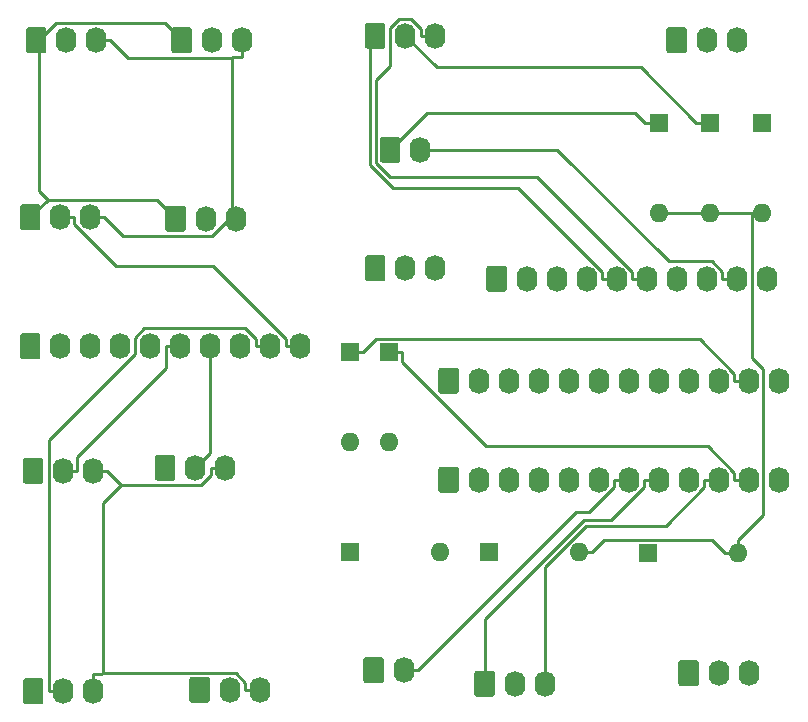
<source format=gbr>
G04 #@! TF.GenerationSoftware,KiCad,Pcbnew,(5.1.5-0-10_14)*
G04 #@! TF.CreationDate,2021-04-18T15:17:00+10:00*
G04 #@! TF.ProjectId,OH - Left Console - 7 - Communication Panel,4f48202d-204c-4656-9674-20436f6e736f,rev?*
G04 #@! TF.SameCoordinates,Original*
G04 #@! TF.FileFunction,Copper,L1,Top*
G04 #@! TF.FilePolarity,Positive*
%FSLAX46Y46*%
G04 Gerber Fmt 4.6, Leading zero omitted, Abs format (unit mm)*
G04 Created by KiCad (PCBNEW (5.1.5-0-10_14)) date 2021-04-18 15:17:00*
%MOMM*%
%LPD*%
G04 APERTURE LIST*
%ADD10O,1.740000X2.200000*%
%ADD11C,0.100000*%
%ADD12O,1.600000X1.600000*%
%ADD13R,1.600000X1.600000*%
%ADD14C,0.250000*%
G04 APERTURE END LIST*
D10*
X96774000Y-139192000D03*
X94234000Y-139192000D03*
G04 #@! TA.AperFunction,ComponentPad*
D11*
G36*
X92338505Y-138093204D02*
G01*
X92362773Y-138096804D01*
X92386572Y-138102765D01*
X92409671Y-138111030D01*
X92431850Y-138121520D01*
X92452893Y-138134132D01*
X92472599Y-138148747D01*
X92490777Y-138165223D01*
X92507253Y-138183401D01*
X92521868Y-138203107D01*
X92534480Y-138224150D01*
X92544970Y-138246329D01*
X92553235Y-138269428D01*
X92559196Y-138293227D01*
X92562796Y-138317495D01*
X92564000Y-138341999D01*
X92564000Y-140042001D01*
X92562796Y-140066505D01*
X92559196Y-140090773D01*
X92553235Y-140114572D01*
X92544970Y-140137671D01*
X92534480Y-140159850D01*
X92521868Y-140180893D01*
X92507253Y-140200599D01*
X92490777Y-140218777D01*
X92472599Y-140235253D01*
X92452893Y-140249868D01*
X92431850Y-140262480D01*
X92409671Y-140272970D01*
X92386572Y-140281235D01*
X92362773Y-140287196D01*
X92338505Y-140290796D01*
X92314001Y-140292000D01*
X91073999Y-140292000D01*
X91049495Y-140290796D01*
X91025227Y-140287196D01*
X91001428Y-140281235D01*
X90978329Y-140272970D01*
X90956150Y-140262480D01*
X90935107Y-140249868D01*
X90915401Y-140235253D01*
X90897223Y-140218777D01*
X90880747Y-140200599D01*
X90866132Y-140180893D01*
X90853520Y-140159850D01*
X90843030Y-140137671D01*
X90834765Y-140114572D01*
X90828804Y-140090773D01*
X90825204Y-140066505D01*
X90824000Y-140042001D01*
X90824000Y-138341999D01*
X90825204Y-138317495D01*
X90828804Y-138293227D01*
X90834765Y-138269428D01*
X90843030Y-138246329D01*
X90853520Y-138224150D01*
X90866132Y-138203107D01*
X90880747Y-138183401D01*
X90897223Y-138165223D01*
X90915401Y-138148747D01*
X90935107Y-138134132D01*
X90956150Y-138121520D01*
X90978329Y-138111030D01*
X91001428Y-138102765D01*
X91025227Y-138096804D01*
X91049495Y-138093204D01*
X91073999Y-138092000D01*
X92314001Y-138092000D01*
X92338505Y-138093204D01*
G37*
G04 #@! TD.AperFunction*
D10*
X116586000Y-121920000D03*
X114046000Y-121920000D03*
X111506000Y-121920000D03*
X108966000Y-121920000D03*
X106426000Y-121920000D03*
X103886000Y-121920000D03*
X101346000Y-121920000D03*
X98806000Y-121920000D03*
X96266000Y-121920000D03*
X93726000Y-121920000D03*
X91186000Y-121920000D03*
G04 #@! TA.AperFunction,ComponentPad*
D11*
G36*
X89290505Y-120821204D02*
G01*
X89314773Y-120824804D01*
X89338572Y-120830765D01*
X89361671Y-120839030D01*
X89383850Y-120849520D01*
X89404893Y-120862132D01*
X89424599Y-120876747D01*
X89442777Y-120893223D01*
X89459253Y-120911401D01*
X89473868Y-120931107D01*
X89486480Y-120952150D01*
X89496970Y-120974329D01*
X89505235Y-120997428D01*
X89511196Y-121021227D01*
X89514796Y-121045495D01*
X89516000Y-121069999D01*
X89516000Y-122770001D01*
X89514796Y-122794505D01*
X89511196Y-122818773D01*
X89505235Y-122842572D01*
X89496970Y-122865671D01*
X89486480Y-122887850D01*
X89473868Y-122908893D01*
X89459253Y-122928599D01*
X89442777Y-122946777D01*
X89424599Y-122963253D01*
X89404893Y-122977868D01*
X89383850Y-122990480D01*
X89361671Y-123000970D01*
X89338572Y-123009235D01*
X89314773Y-123015196D01*
X89290505Y-123018796D01*
X89266001Y-123020000D01*
X88025999Y-123020000D01*
X88001495Y-123018796D01*
X87977227Y-123015196D01*
X87953428Y-123009235D01*
X87930329Y-123000970D01*
X87908150Y-122990480D01*
X87887107Y-122977868D01*
X87867401Y-122963253D01*
X87849223Y-122946777D01*
X87832747Y-122928599D01*
X87818132Y-122908893D01*
X87805520Y-122887850D01*
X87795030Y-122865671D01*
X87786765Y-122842572D01*
X87780804Y-122818773D01*
X87777204Y-122794505D01*
X87776000Y-122770001D01*
X87776000Y-121069999D01*
X87777204Y-121045495D01*
X87780804Y-121021227D01*
X87786765Y-120997428D01*
X87795030Y-120974329D01*
X87805520Y-120952150D01*
X87818132Y-120931107D01*
X87832747Y-120911401D01*
X87849223Y-120893223D01*
X87867401Y-120876747D01*
X87887107Y-120862132D01*
X87908150Y-120849520D01*
X87930329Y-120839030D01*
X87953428Y-120830765D01*
X87977227Y-120824804D01*
X88001495Y-120821204D01*
X88025999Y-120820000D01*
X89266001Y-120820000D01*
X89290505Y-120821204D01*
G37*
G04 #@! TD.AperFunction*
D10*
X116586000Y-113538000D03*
X114046000Y-113538000D03*
X111506000Y-113538000D03*
X108966000Y-113538000D03*
X106426000Y-113538000D03*
X103886000Y-113538000D03*
X101346000Y-113538000D03*
X98806000Y-113538000D03*
X96266000Y-113538000D03*
X93726000Y-113538000D03*
X91186000Y-113538000D03*
G04 #@! TA.AperFunction,ComponentPad*
D11*
G36*
X89290505Y-112439204D02*
G01*
X89314773Y-112442804D01*
X89338572Y-112448765D01*
X89361671Y-112457030D01*
X89383850Y-112467520D01*
X89404893Y-112480132D01*
X89424599Y-112494747D01*
X89442777Y-112511223D01*
X89459253Y-112529401D01*
X89473868Y-112549107D01*
X89486480Y-112570150D01*
X89496970Y-112592329D01*
X89505235Y-112615428D01*
X89511196Y-112639227D01*
X89514796Y-112663495D01*
X89516000Y-112687999D01*
X89516000Y-114388001D01*
X89514796Y-114412505D01*
X89511196Y-114436773D01*
X89505235Y-114460572D01*
X89496970Y-114483671D01*
X89486480Y-114505850D01*
X89473868Y-114526893D01*
X89459253Y-114546599D01*
X89442777Y-114564777D01*
X89424599Y-114581253D01*
X89404893Y-114595868D01*
X89383850Y-114608480D01*
X89361671Y-114618970D01*
X89338572Y-114627235D01*
X89314773Y-114633196D01*
X89290505Y-114636796D01*
X89266001Y-114638000D01*
X88025999Y-114638000D01*
X88001495Y-114636796D01*
X87977227Y-114633196D01*
X87953428Y-114627235D01*
X87930329Y-114618970D01*
X87908150Y-114608480D01*
X87887107Y-114595868D01*
X87867401Y-114581253D01*
X87849223Y-114564777D01*
X87832747Y-114546599D01*
X87818132Y-114526893D01*
X87805520Y-114505850D01*
X87795030Y-114483671D01*
X87786765Y-114460572D01*
X87780804Y-114436773D01*
X87777204Y-114412505D01*
X87776000Y-114388001D01*
X87776000Y-112687999D01*
X87777204Y-112663495D01*
X87780804Y-112639227D01*
X87786765Y-112615428D01*
X87795030Y-112592329D01*
X87805520Y-112570150D01*
X87818132Y-112549107D01*
X87832747Y-112529401D01*
X87849223Y-112511223D01*
X87867401Y-112494747D01*
X87887107Y-112480132D01*
X87908150Y-112467520D01*
X87930329Y-112457030D01*
X87953428Y-112448765D01*
X87977227Y-112442804D01*
X88001495Y-112439204D01*
X88025999Y-112438000D01*
X89266001Y-112438000D01*
X89290505Y-112439204D01*
G37*
G04 #@! TD.AperFunction*
D10*
X76073000Y-110617000D03*
X73533000Y-110617000D03*
X70993000Y-110617000D03*
X68453000Y-110617000D03*
X65913000Y-110617000D03*
X63373000Y-110617000D03*
X60833000Y-110617000D03*
X58293000Y-110617000D03*
X55753000Y-110617000D03*
G04 #@! TA.AperFunction,ComponentPad*
D11*
G36*
X53857505Y-109518204D02*
G01*
X53881773Y-109521804D01*
X53905572Y-109527765D01*
X53928671Y-109536030D01*
X53950850Y-109546520D01*
X53971893Y-109559132D01*
X53991599Y-109573747D01*
X54009777Y-109590223D01*
X54026253Y-109608401D01*
X54040868Y-109628107D01*
X54053480Y-109649150D01*
X54063970Y-109671329D01*
X54072235Y-109694428D01*
X54078196Y-109718227D01*
X54081796Y-109742495D01*
X54083000Y-109766999D01*
X54083000Y-111467001D01*
X54081796Y-111491505D01*
X54078196Y-111515773D01*
X54072235Y-111539572D01*
X54063970Y-111562671D01*
X54053480Y-111584850D01*
X54040868Y-111605893D01*
X54026253Y-111625599D01*
X54009777Y-111643777D01*
X53991599Y-111660253D01*
X53971893Y-111674868D01*
X53950850Y-111687480D01*
X53928671Y-111697970D01*
X53905572Y-111706235D01*
X53881773Y-111712196D01*
X53857505Y-111715796D01*
X53833001Y-111717000D01*
X52592999Y-111717000D01*
X52568495Y-111715796D01*
X52544227Y-111712196D01*
X52520428Y-111706235D01*
X52497329Y-111697970D01*
X52475150Y-111687480D01*
X52454107Y-111674868D01*
X52434401Y-111660253D01*
X52416223Y-111643777D01*
X52399747Y-111625599D01*
X52385132Y-111605893D01*
X52372520Y-111584850D01*
X52362030Y-111562671D01*
X52353765Y-111539572D01*
X52347804Y-111515773D01*
X52344204Y-111491505D01*
X52343000Y-111467001D01*
X52343000Y-109766999D01*
X52344204Y-109742495D01*
X52347804Y-109718227D01*
X52353765Y-109694428D01*
X52362030Y-109671329D01*
X52372520Y-109649150D01*
X52385132Y-109628107D01*
X52399747Y-109608401D01*
X52416223Y-109590223D01*
X52434401Y-109573747D01*
X52454107Y-109559132D01*
X52475150Y-109546520D01*
X52497329Y-109536030D01*
X52520428Y-109527765D01*
X52544227Y-109521804D01*
X52568495Y-109518204D01*
X52592999Y-109517000D01*
X53833001Y-109517000D01*
X53857505Y-109518204D01*
G37*
G04 #@! TD.AperFunction*
D10*
X86233000Y-93980000D03*
G04 #@! TA.AperFunction,ComponentPad*
D11*
G36*
X84337505Y-92881204D02*
G01*
X84361773Y-92884804D01*
X84385572Y-92890765D01*
X84408671Y-92899030D01*
X84430850Y-92909520D01*
X84451893Y-92922132D01*
X84471599Y-92936747D01*
X84489777Y-92953223D01*
X84506253Y-92971401D01*
X84520868Y-92991107D01*
X84533480Y-93012150D01*
X84543970Y-93034329D01*
X84552235Y-93057428D01*
X84558196Y-93081227D01*
X84561796Y-93105495D01*
X84563000Y-93129999D01*
X84563000Y-94830001D01*
X84561796Y-94854505D01*
X84558196Y-94878773D01*
X84552235Y-94902572D01*
X84543970Y-94925671D01*
X84533480Y-94947850D01*
X84520868Y-94968893D01*
X84506253Y-94988599D01*
X84489777Y-95006777D01*
X84471599Y-95023253D01*
X84451893Y-95037868D01*
X84430850Y-95050480D01*
X84408671Y-95060970D01*
X84385572Y-95069235D01*
X84361773Y-95075196D01*
X84337505Y-95078796D01*
X84313001Y-95080000D01*
X83072999Y-95080000D01*
X83048495Y-95078796D01*
X83024227Y-95075196D01*
X83000428Y-95069235D01*
X82977329Y-95060970D01*
X82955150Y-95050480D01*
X82934107Y-95037868D01*
X82914401Y-95023253D01*
X82896223Y-95006777D01*
X82879747Y-94988599D01*
X82865132Y-94968893D01*
X82852520Y-94947850D01*
X82842030Y-94925671D01*
X82833765Y-94902572D01*
X82827804Y-94878773D01*
X82824204Y-94854505D01*
X82823000Y-94830001D01*
X82823000Y-93129999D01*
X82824204Y-93105495D01*
X82827804Y-93081227D01*
X82833765Y-93057428D01*
X82842030Y-93034329D01*
X82852520Y-93012150D01*
X82865132Y-92991107D01*
X82879747Y-92971401D01*
X82896223Y-92953223D01*
X82914401Y-92936747D01*
X82934107Y-92922132D01*
X82955150Y-92909520D01*
X82977329Y-92899030D01*
X83000428Y-92890765D01*
X83024227Y-92884804D01*
X83048495Y-92881204D01*
X83072999Y-92880000D01*
X84313001Y-92880000D01*
X84337505Y-92881204D01*
G37*
G04 #@! TD.AperFunction*
D10*
X84836000Y-138049000D03*
G04 #@! TA.AperFunction,ComponentPad*
D11*
G36*
X82940505Y-136950204D02*
G01*
X82964773Y-136953804D01*
X82988572Y-136959765D01*
X83011671Y-136968030D01*
X83033850Y-136978520D01*
X83054893Y-136991132D01*
X83074599Y-137005747D01*
X83092777Y-137022223D01*
X83109253Y-137040401D01*
X83123868Y-137060107D01*
X83136480Y-137081150D01*
X83146970Y-137103329D01*
X83155235Y-137126428D01*
X83161196Y-137150227D01*
X83164796Y-137174495D01*
X83166000Y-137198999D01*
X83166000Y-138899001D01*
X83164796Y-138923505D01*
X83161196Y-138947773D01*
X83155235Y-138971572D01*
X83146970Y-138994671D01*
X83136480Y-139016850D01*
X83123868Y-139037893D01*
X83109253Y-139057599D01*
X83092777Y-139075777D01*
X83074599Y-139092253D01*
X83054893Y-139106868D01*
X83033850Y-139119480D01*
X83011671Y-139129970D01*
X82988572Y-139138235D01*
X82964773Y-139144196D01*
X82940505Y-139147796D01*
X82916001Y-139149000D01*
X81675999Y-139149000D01*
X81651495Y-139147796D01*
X81627227Y-139144196D01*
X81603428Y-139138235D01*
X81580329Y-139129970D01*
X81558150Y-139119480D01*
X81537107Y-139106868D01*
X81517401Y-139092253D01*
X81499223Y-139075777D01*
X81482747Y-139057599D01*
X81468132Y-139037893D01*
X81455520Y-139016850D01*
X81445030Y-138994671D01*
X81436765Y-138971572D01*
X81430804Y-138947773D01*
X81427204Y-138923505D01*
X81426000Y-138899001D01*
X81426000Y-137198999D01*
X81427204Y-137174495D01*
X81430804Y-137150227D01*
X81436765Y-137126428D01*
X81445030Y-137103329D01*
X81455520Y-137081150D01*
X81468132Y-137060107D01*
X81482747Y-137040401D01*
X81499223Y-137022223D01*
X81517401Y-137005747D01*
X81537107Y-136991132D01*
X81558150Y-136978520D01*
X81580329Y-136968030D01*
X81603428Y-136959765D01*
X81627227Y-136953804D01*
X81651495Y-136950204D01*
X81675999Y-136949000D01*
X82916001Y-136949000D01*
X82940505Y-136950204D01*
G37*
G04 #@! TD.AperFunction*
D10*
X87503000Y-84328000D03*
X84963000Y-84328000D03*
G04 #@! TA.AperFunction,ComponentPad*
D11*
G36*
X83067505Y-83229204D02*
G01*
X83091773Y-83232804D01*
X83115572Y-83238765D01*
X83138671Y-83247030D01*
X83160850Y-83257520D01*
X83181893Y-83270132D01*
X83201599Y-83284747D01*
X83219777Y-83301223D01*
X83236253Y-83319401D01*
X83250868Y-83339107D01*
X83263480Y-83360150D01*
X83273970Y-83382329D01*
X83282235Y-83405428D01*
X83288196Y-83429227D01*
X83291796Y-83453495D01*
X83293000Y-83477999D01*
X83293000Y-85178001D01*
X83291796Y-85202505D01*
X83288196Y-85226773D01*
X83282235Y-85250572D01*
X83273970Y-85273671D01*
X83263480Y-85295850D01*
X83250868Y-85316893D01*
X83236253Y-85336599D01*
X83219777Y-85354777D01*
X83201599Y-85371253D01*
X83181893Y-85385868D01*
X83160850Y-85398480D01*
X83138671Y-85408970D01*
X83115572Y-85417235D01*
X83091773Y-85423196D01*
X83067505Y-85426796D01*
X83043001Y-85428000D01*
X81802999Y-85428000D01*
X81778495Y-85426796D01*
X81754227Y-85423196D01*
X81730428Y-85417235D01*
X81707329Y-85408970D01*
X81685150Y-85398480D01*
X81664107Y-85385868D01*
X81644401Y-85371253D01*
X81626223Y-85354777D01*
X81609747Y-85336599D01*
X81595132Y-85316893D01*
X81582520Y-85295850D01*
X81572030Y-85273671D01*
X81563765Y-85250572D01*
X81557804Y-85226773D01*
X81554204Y-85202505D01*
X81553000Y-85178001D01*
X81553000Y-83477999D01*
X81554204Y-83453495D01*
X81557804Y-83429227D01*
X81563765Y-83405428D01*
X81572030Y-83382329D01*
X81582520Y-83360150D01*
X81595132Y-83339107D01*
X81609747Y-83319401D01*
X81626223Y-83301223D01*
X81644401Y-83284747D01*
X81664107Y-83270132D01*
X81685150Y-83257520D01*
X81707329Y-83247030D01*
X81730428Y-83238765D01*
X81754227Y-83232804D01*
X81778495Y-83229204D01*
X81802999Y-83228000D01*
X83043001Y-83228000D01*
X83067505Y-83229204D01*
G37*
G04 #@! TD.AperFunction*
D10*
X113030000Y-84709000D03*
X110490000Y-84709000D03*
G04 #@! TA.AperFunction,ComponentPad*
D11*
G36*
X108594505Y-83610204D02*
G01*
X108618773Y-83613804D01*
X108642572Y-83619765D01*
X108665671Y-83628030D01*
X108687850Y-83638520D01*
X108708893Y-83651132D01*
X108728599Y-83665747D01*
X108746777Y-83682223D01*
X108763253Y-83700401D01*
X108777868Y-83720107D01*
X108790480Y-83741150D01*
X108800970Y-83763329D01*
X108809235Y-83786428D01*
X108815196Y-83810227D01*
X108818796Y-83834495D01*
X108820000Y-83858999D01*
X108820000Y-85559001D01*
X108818796Y-85583505D01*
X108815196Y-85607773D01*
X108809235Y-85631572D01*
X108800970Y-85654671D01*
X108790480Y-85676850D01*
X108777868Y-85697893D01*
X108763253Y-85717599D01*
X108746777Y-85735777D01*
X108728599Y-85752253D01*
X108708893Y-85766868D01*
X108687850Y-85779480D01*
X108665671Y-85789970D01*
X108642572Y-85798235D01*
X108618773Y-85804196D01*
X108594505Y-85807796D01*
X108570001Y-85809000D01*
X107329999Y-85809000D01*
X107305495Y-85807796D01*
X107281227Y-85804196D01*
X107257428Y-85798235D01*
X107234329Y-85789970D01*
X107212150Y-85779480D01*
X107191107Y-85766868D01*
X107171401Y-85752253D01*
X107153223Y-85735777D01*
X107136747Y-85717599D01*
X107122132Y-85697893D01*
X107109520Y-85676850D01*
X107099030Y-85654671D01*
X107090765Y-85631572D01*
X107084804Y-85607773D01*
X107081204Y-85583505D01*
X107080000Y-85559001D01*
X107080000Y-83858999D01*
X107081204Y-83834495D01*
X107084804Y-83810227D01*
X107090765Y-83786428D01*
X107099030Y-83763329D01*
X107109520Y-83741150D01*
X107122132Y-83720107D01*
X107136747Y-83700401D01*
X107153223Y-83682223D01*
X107171401Y-83665747D01*
X107191107Y-83651132D01*
X107212150Y-83638520D01*
X107234329Y-83628030D01*
X107257428Y-83619765D01*
X107281227Y-83613804D01*
X107305495Y-83610204D01*
X107329999Y-83609000D01*
X108570001Y-83609000D01*
X108594505Y-83610204D01*
G37*
G04 #@! TD.AperFunction*
D10*
X114046000Y-138303000D03*
X111506000Y-138303000D03*
G04 #@! TA.AperFunction,ComponentPad*
D11*
G36*
X109610505Y-137204204D02*
G01*
X109634773Y-137207804D01*
X109658572Y-137213765D01*
X109681671Y-137222030D01*
X109703850Y-137232520D01*
X109724893Y-137245132D01*
X109744599Y-137259747D01*
X109762777Y-137276223D01*
X109779253Y-137294401D01*
X109793868Y-137314107D01*
X109806480Y-137335150D01*
X109816970Y-137357329D01*
X109825235Y-137380428D01*
X109831196Y-137404227D01*
X109834796Y-137428495D01*
X109836000Y-137452999D01*
X109836000Y-139153001D01*
X109834796Y-139177505D01*
X109831196Y-139201773D01*
X109825235Y-139225572D01*
X109816970Y-139248671D01*
X109806480Y-139270850D01*
X109793868Y-139291893D01*
X109779253Y-139311599D01*
X109762777Y-139329777D01*
X109744599Y-139346253D01*
X109724893Y-139360868D01*
X109703850Y-139373480D01*
X109681671Y-139383970D01*
X109658572Y-139392235D01*
X109634773Y-139398196D01*
X109610505Y-139401796D01*
X109586001Y-139403000D01*
X108345999Y-139403000D01*
X108321495Y-139401796D01*
X108297227Y-139398196D01*
X108273428Y-139392235D01*
X108250329Y-139383970D01*
X108228150Y-139373480D01*
X108207107Y-139360868D01*
X108187401Y-139346253D01*
X108169223Y-139329777D01*
X108152747Y-139311599D01*
X108138132Y-139291893D01*
X108125520Y-139270850D01*
X108115030Y-139248671D01*
X108106765Y-139225572D01*
X108100804Y-139201773D01*
X108097204Y-139177505D01*
X108096000Y-139153001D01*
X108096000Y-137452999D01*
X108097204Y-137428495D01*
X108100804Y-137404227D01*
X108106765Y-137380428D01*
X108115030Y-137357329D01*
X108125520Y-137335150D01*
X108138132Y-137314107D01*
X108152747Y-137294401D01*
X108169223Y-137276223D01*
X108187401Y-137259747D01*
X108207107Y-137245132D01*
X108228150Y-137232520D01*
X108250329Y-137222030D01*
X108273428Y-137213765D01*
X108297227Y-137207804D01*
X108321495Y-137204204D01*
X108345999Y-137203000D01*
X109586001Y-137203000D01*
X109610505Y-137204204D01*
G37*
G04 #@! TD.AperFunction*
D10*
X58293000Y-99695000D03*
X55753000Y-99695000D03*
G04 #@! TA.AperFunction,ComponentPad*
D11*
G36*
X53857505Y-98596204D02*
G01*
X53881773Y-98599804D01*
X53905572Y-98605765D01*
X53928671Y-98614030D01*
X53950850Y-98624520D01*
X53971893Y-98637132D01*
X53991599Y-98651747D01*
X54009777Y-98668223D01*
X54026253Y-98686401D01*
X54040868Y-98706107D01*
X54053480Y-98727150D01*
X54063970Y-98749329D01*
X54072235Y-98772428D01*
X54078196Y-98796227D01*
X54081796Y-98820495D01*
X54083000Y-98844999D01*
X54083000Y-100545001D01*
X54081796Y-100569505D01*
X54078196Y-100593773D01*
X54072235Y-100617572D01*
X54063970Y-100640671D01*
X54053480Y-100662850D01*
X54040868Y-100683893D01*
X54026253Y-100703599D01*
X54009777Y-100721777D01*
X53991599Y-100738253D01*
X53971893Y-100752868D01*
X53950850Y-100765480D01*
X53928671Y-100775970D01*
X53905572Y-100784235D01*
X53881773Y-100790196D01*
X53857505Y-100793796D01*
X53833001Y-100795000D01*
X52592999Y-100795000D01*
X52568495Y-100793796D01*
X52544227Y-100790196D01*
X52520428Y-100784235D01*
X52497329Y-100775970D01*
X52475150Y-100765480D01*
X52454107Y-100752868D01*
X52434401Y-100738253D01*
X52416223Y-100721777D01*
X52399747Y-100703599D01*
X52385132Y-100683893D01*
X52372520Y-100662850D01*
X52362030Y-100640671D01*
X52353765Y-100617572D01*
X52347804Y-100593773D01*
X52344204Y-100569505D01*
X52343000Y-100545001D01*
X52343000Y-98844999D01*
X52344204Y-98820495D01*
X52347804Y-98796227D01*
X52353765Y-98772428D01*
X52362030Y-98749329D01*
X52372520Y-98727150D01*
X52385132Y-98706107D01*
X52399747Y-98686401D01*
X52416223Y-98668223D01*
X52434401Y-98651747D01*
X52454107Y-98637132D01*
X52475150Y-98624520D01*
X52497329Y-98614030D01*
X52520428Y-98605765D01*
X52544227Y-98599804D01*
X52568495Y-98596204D01*
X52592999Y-98595000D01*
X53833001Y-98595000D01*
X53857505Y-98596204D01*
G37*
G04 #@! TD.AperFunction*
D10*
X58547000Y-121158000D03*
X56007000Y-121158000D03*
G04 #@! TA.AperFunction,ComponentPad*
D11*
G36*
X54111505Y-120059204D02*
G01*
X54135773Y-120062804D01*
X54159572Y-120068765D01*
X54182671Y-120077030D01*
X54204850Y-120087520D01*
X54225893Y-120100132D01*
X54245599Y-120114747D01*
X54263777Y-120131223D01*
X54280253Y-120149401D01*
X54294868Y-120169107D01*
X54307480Y-120190150D01*
X54317970Y-120212329D01*
X54326235Y-120235428D01*
X54332196Y-120259227D01*
X54335796Y-120283495D01*
X54337000Y-120307999D01*
X54337000Y-122008001D01*
X54335796Y-122032505D01*
X54332196Y-122056773D01*
X54326235Y-122080572D01*
X54317970Y-122103671D01*
X54307480Y-122125850D01*
X54294868Y-122146893D01*
X54280253Y-122166599D01*
X54263777Y-122184777D01*
X54245599Y-122201253D01*
X54225893Y-122215868D01*
X54204850Y-122228480D01*
X54182671Y-122238970D01*
X54159572Y-122247235D01*
X54135773Y-122253196D01*
X54111505Y-122256796D01*
X54087001Y-122258000D01*
X52846999Y-122258000D01*
X52822495Y-122256796D01*
X52798227Y-122253196D01*
X52774428Y-122247235D01*
X52751329Y-122238970D01*
X52729150Y-122228480D01*
X52708107Y-122215868D01*
X52688401Y-122201253D01*
X52670223Y-122184777D01*
X52653747Y-122166599D01*
X52639132Y-122146893D01*
X52626520Y-122125850D01*
X52616030Y-122103671D01*
X52607765Y-122080572D01*
X52601804Y-122056773D01*
X52598204Y-122032505D01*
X52597000Y-122008001D01*
X52597000Y-120307999D01*
X52598204Y-120283495D01*
X52601804Y-120259227D01*
X52607765Y-120235428D01*
X52616030Y-120212329D01*
X52626520Y-120190150D01*
X52639132Y-120169107D01*
X52653747Y-120149401D01*
X52670223Y-120131223D01*
X52688401Y-120114747D01*
X52708107Y-120100132D01*
X52729150Y-120087520D01*
X52751329Y-120077030D01*
X52774428Y-120068765D01*
X52798227Y-120062804D01*
X52822495Y-120059204D01*
X52846999Y-120058000D01*
X54087001Y-120058000D01*
X54111505Y-120059204D01*
G37*
G04 #@! TD.AperFunction*
D10*
X58547000Y-139827000D03*
X56007000Y-139827000D03*
G04 #@! TA.AperFunction,ComponentPad*
D11*
G36*
X54111505Y-138728204D02*
G01*
X54135773Y-138731804D01*
X54159572Y-138737765D01*
X54182671Y-138746030D01*
X54204850Y-138756520D01*
X54225893Y-138769132D01*
X54245599Y-138783747D01*
X54263777Y-138800223D01*
X54280253Y-138818401D01*
X54294868Y-138838107D01*
X54307480Y-138859150D01*
X54317970Y-138881329D01*
X54326235Y-138904428D01*
X54332196Y-138928227D01*
X54335796Y-138952495D01*
X54337000Y-138976999D01*
X54337000Y-140677001D01*
X54335796Y-140701505D01*
X54332196Y-140725773D01*
X54326235Y-140749572D01*
X54317970Y-140772671D01*
X54307480Y-140794850D01*
X54294868Y-140815893D01*
X54280253Y-140835599D01*
X54263777Y-140853777D01*
X54245599Y-140870253D01*
X54225893Y-140884868D01*
X54204850Y-140897480D01*
X54182671Y-140907970D01*
X54159572Y-140916235D01*
X54135773Y-140922196D01*
X54111505Y-140925796D01*
X54087001Y-140927000D01*
X52846999Y-140927000D01*
X52822495Y-140925796D01*
X52798227Y-140922196D01*
X52774428Y-140916235D01*
X52751329Y-140907970D01*
X52729150Y-140897480D01*
X52708107Y-140884868D01*
X52688401Y-140870253D01*
X52670223Y-140853777D01*
X52653747Y-140835599D01*
X52639132Y-140815893D01*
X52626520Y-140794850D01*
X52616030Y-140772671D01*
X52607765Y-140749572D01*
X52601804Y-140725773D01*
X52598204Y-140701505D01*
X52597000Y-140677001D01*
X52597000Y-138976999D01*
X52598204Y-138952495D01*
X52601804Y-138928227D01*
X52607765Y-138904428D01*
X52616030Y-138881329D01*
X52626520Y-138859150D01*
X52639132Y-138838107D01*
X52653747Y-138818401D01*
X52670223Y-138800223D01*
X52688401Y-138783747D01*
X52708107Y-138769132D01*
X52729150Y-138756520D01*
X52751329Y-138746030D01*
X52774428Y-138737765D01*
X52798227Y-138731804D01*
X52822495Y-138728204D01*
X52846999Y-138727000D01*
X54087001Y-138727000D01*
X54111505Y-138728204D01*
G37*
G04 #@! TD.AperFunction*
D10*
X70612000Y-99822000D03*
X68072000Y-99822000D03*
G04 #@! TA.AperFunction,ComponentPad*
D11*
G36*
X66176505Y-98723204D02*
G01*
X66200773Y-98726804D01*
X66224572Y-98732765D01*
X66247671Y-98741030D01*
X66269850Y-98751520D01*
X66290893Y-98764132D01*
X66310599Y-98778747D01*
X66328777Y-98795223D01*
X66345253Y-98813401D01*
X66359868Y-98833107D01*
X66372480Y-98854150D01*
X66382970Y-98876329D01*
X66391235Y-98899428D01*
X66397196Y-98923227D01*
X66400796Y-98947495D01*
X66402000Y-98971999D01*
X66402000Y-100672001D01*
X66400796Y-100696505D01*
X66397196Y-100720773D01*
X66391235Y-100744572D01*
X66382970Y-100767671D01*
X66372480Y-100789850D01*
X66359868Y-100810893D01*
X66345253Y-100830599D01*
X66328777Y-100848777D01*
X66310599Y-100865253D01*
X66290893Y-100879868D01*
X66269850Y-100892480D01*
X66247671Y-100902970D01*
X66224572Y-100911235D01*
X66200773Y-100917196D01*
X66176505Y-100920796D01*
X66152001Y-100922000D01*
X64911999Y-100922000D01*
X64887495Y-100920796D01*
X64863227Y-100917196D01*
X64839428Y-100911235D01*
X64816329Y-100902970D01*
X64794150Y-100892480D01*
X64773107Y-100879868D01*
X64753401Y-100865253D01*
X64735223Y-100848777D01*
X64718747Y-100830599D01*
X64704132Y-100810893D01*
X64691520Y-100789850D01*
X64681030Y-100767671D01*
X64672765Y-100744572D01*
X64666804Y-100720773D01*
X64663204Y-100696505D01*
X64662000Y-100672001D01*
X64662000Y-98971999D01*
X64663204Y-98947495D01*
X64666804Y-98923227D01*
X64672765Y-98899428D01*
X64681030Y-98876329D01*
X64691520Y-98854150D01*
X64704132Y-98833107D01*
X64718747Y-98813401D01*
X64735223Y-98795223D01*
X64753401Y-98778747D01*
X64773107Y-98764132D01*
X64794150Y-98751520D01*
X64816329Y-98741030D01*
X64839428Y-98732765D01*
X64863227Y-98726804D01*
X64887495Y-98723204D01*
X64911999Y-98722000D01*
X66152001Y-98722000D01*
X66176505Y-98723204D01*
G37*
G04 #@! TD.AperFunction*
D10*
X72644000Y-139700000D03*
X70104000Y-139700000D03*
G04 #@! TA.AperFunction,ComponentPad*
D11*
G36*
X68208505Y-138601204D02*
G01*
X68232773Y-138604804D01*
X68256572Y-138610765D01*
X68279671Y-138619030D01*
X68301850Y-138629520D01*
X68322893Y-138642132D01*
X68342599Y-138656747D01*
X68360777Y-138673223D01*
X68377253Y-138691401D01*
X68391868Y-138711107D01*
X68404480Y-138732150D01*
X68414970Y-138754329D01*
X68423235Y-138777428D01*
X68429196Y-138801227D01*
X68432796Y-138825495D01*
X68434000Y-138849999D01*
X68434000Y-140550001D01*
X68432796Y-140574505D01*
X68429196Y-140598773D01*
X68423235Y-140622572D01*
X68414970Y-140645671D01*
X68404480Y-140667850D01*
X68391868Y-140688893D01*
X68377253Y-140708599D01*
X68360777Y-140726777D01*
X68342599Y-140743253D01*
X68322893Y-140757868D01*
X68301850Y-140770480D01*
X68279671Y-140780970D01*
X68256572Y-140789235D01*
X68232773Y-140795196D01*
X68208505Y-140798796D01*
X68184001Y-140800000D01*
X66943999Y-140800000D01*
X66919495Y-140798796D01*
X66895227Y-140795196D01*
X66871428Y-140789235D01*
X66848329Y-140780970D01*
X66826150Y-140770480D01*
X66805107Y-140757868D01*
X66785401Y-140743253D01*
X66767223Y-140726777D01*
X66750747Y-140708599D01*
X66736132Y-140688893D01*
X66723520Y-140667850D01*
X66713030Y-140645671D01*
X66704765Y-140622572D01*
X66698804Y-140598773D01*
X66695204Y-140574505D01*
X66694000Y-140550001D01*
X66694000Y-138849999D01*
X66695204Y-138825495D01*
X66698804Y-138801227D01*
X66704765Y-138777428D01*
X66713030Y-138754329D01*
X66723520Y-138732150D01*
X66736132Y-138711107D01*
X66750747Y-138691401D01*
X66767223Y-138673223D01*
X66785401Y-138656747D01*
X66805107Y-138642132D01*
X66826150Y-138629520D01*
X66848329Y-138619030D01*
X66871428Y-138610765D01*
X66895227Y-138604804D01*
X66919495Y-138601204D01*
X66943999Y-138600000D01*
X68184001Y-138600000D01*
X68208505Y-138601204D01*
G37*
G04 #@! TD.AperFunction*
D10*
X58801000Y-84709000D03*
X56261000Y-84709000D03*
G04 #@! TA.AperFunction,ComponentPad*
D11*
G36*
X54365505Y-83610204D02*
G01*
X54389773Y-83613804D01*
X54413572Y-83619765D01*
X54436671Y-83628030D01*
X54458850Y-83638520D01*
X54479893Y-83651132D01*
X54499599Y-83665747D01*
X54517777Y-83682223D01*
X54534253Y-83700401D01*
X54548868Y-83720107D01*
X54561480Y-83741150D01*
X54571970Y-83763329D01*
X54580235Y-83786428D01*
X54586196Y-83810227D01*
X54589796Y-83834495D01*
X54591000Y-83858999D01*
X54591000Y-85559001D01*
X54589796Y-85583505D01*
X54586196Y-85607773D01*
X54580235Y-85631572D01*
X54571970Y-85654671D01*
X54561480Y-85676850D01*
X54548868Y-85697893D01*
X54534253Y-85717599D01*
X54517777Y-85735777D01*
X54499599Y-85752253D01*
X54479893Y-85766868D01*
X54458850Y-85779480D01*
X54436671Y-85789970D01*
X54413572Y-85798235D01*
X54389773Y-85804196D01*
X54365505Y-85807796D01*
X54341001Y-85809000D01*
X53100999Y-85809000D01*
X53076495Y-85807796D01*
X53052227Y-85804196D01*
X53028428Y-85798235D01*
X53005329Y-85789970D01*
X52983150Y-85779480D01*
X52962107Y-85766868D01*
X52942401Y-85752253D01*
X52924223Y-85735777D01*
X52907747Y-85717599D01*
X52893132Y-85697893D01*
X52880520Y-85676850D01*
X52870030Y-85654671D01*
X52861765Y-85631572D01*
X52855804Y-85607773D01*
X52852204Y-85583505D01*
X52851000Y-85559001D01*
X52851000Y-83858999D01*
X52852204Y-83834495D01*
X52855804Y-83810227D01*
X52861765Y-83786428D01*
X52870030Y-83763329D01*
X52880520Y-83741150D01*
X52893132Y-83720107D01*
X52907747Y-83700401D01*
X52924223Y-83682223D01*
X52942401Y-83665747D01*
X52962107Y-83651132D01*
X52983150Y-83638520D01*
X53005329Y-83628030D01*
X53028428Y-83619765D01*
X53052227Y-83613804D01*
X53076495Y-83610204D01*
X53100999Y-83609000D01*
X54341001Y-83609000D01*
X54365505Y-83610204D01*
G37*
G04 #@! TD.AperFunction*
D10*
X69723000Y-120904000D03*
X67183000Y-120904000D03*
G04 #@! TA.AperFunction,ComponentPad*
D11*
G36*
X65287505Y-119805204D02*
G01*
X65311773Y-119808804D01*
X65335572Y-119814765D01*
X65358671Y-119823030D01*
X65380850Y-119833520D01*
X65401893Y-119846132D01*
X65421599Y-119860747D01*
X65439777Y-119877223D01*
X65456253Y-119895401D01*
X65470868Y-119915107D01*
X65483480Y-119936150D01*
X65493970Y-119958329D01*
X65502235Y-119981428D01*
X65508196Y-120005227D01*
X65511796Y-120029495D01*
X65513000Y-120053999D01*
X65513000Y-121754001D01*
X65511796Y-121778505D01*
X65508196Y-121802773D01*
X65502235Y-121826572D01*
X65493970Y-121849671D01*
X65483480Y-121871850D01*
X65470868Y-121892893D01*
X65456253Y-121912599D01*
X65439777Y-121930777D01*
X65421599Y-121947253D01*
X65401893Y-121961868D01*
X65380850Y-121974480D01*
X65358671Y-121984970D01*
X65335572Y-121993235D01*
X65311773Y-121999196D01*
X65287505Y-122002796D01*
X65263001Y-122004000D01*
X64022999Y-122004000D01*
X63998495Y-122002796D01*
X63974227Y-121999196D01*
X63950428Y-121993235D01*
X63927329Y-121984970D01*
X63905150Y-121974480D01*
X63884107Y-121961868D01*
X63864401Y-121947253D01*
X63846223Y-121930777D01*
X63829747Y-121912599D01*
X63815132Y-121892893D01*
X63802520Y-121871850D01*
X63792030Y-121849671D01*
X63783765Y-121826572D01*
X63777804Y-121802773D01*
X63774204Y-121778505D01*
X63773000Y-121754001D01*
X63773000Y-120053999D01*
X63774204Y-120029495D01*
X63777804Y-120005227D01*
X63783765Y-119981428D01*
X63792030Y-119958329D01*
X63802520Y-119936150D01*
X63815132Y-119915107D01*
X63829747Y-119895401D01*
X63846223Y-119877223D01*
X63864401Y-119860747D01*
X63884107Y-119846132D01*
X63905150Y-119833520D01*
X63927329Y-119823030D01*
X63950428Y-119814765D01*
X63974227Y-119808804D01*
X63998495Y-119805204D01*
X64022999Y-119804000D01*
X65263001Y-119804000D01*
X65287505Y-119805204D01*
G37*
G04 #@! TD.AperFunction*
D10*
X71120000Y-84709000D03*
X68580000Y-84709000D03*
G04 #@! TA.AperFunction,ComponentPad*
D11*
G36*
X66684505Y-83610204D02*
G01*
X66708773Y-83613804D01*
X66732572Y-83619765D01*
X66755671Y-83628030D01*
X66777850Y-83638520D01*
X66798893Y-83651132D01*
X66818599Y-83665747D01*
X66836777Y-83682223D01*
X66853253Y-83700401D01*
X66867868Y-83720107D01*
X66880480Y-83741150D01*
X66890970Y-83763329D01*
X66899235Y-83786428D01*
X66905196Y-83810227D01*
X66908796Y-83834495D01*
X66910000Y-83858999D01*
X66910000Y-85559001D01*
X66908796Y-85583505D01*
X66905196Y-85607773D01*
X66899235Y-85631572D01*
X66890970Y-85654671D01*
X66880480Y-85676850D01*
X66867868Y-85697893D01*
X66853253Y-85717599D01*
X66836777Y-85735777D01*
X66818599Y-85752253D01*
X66798893Y-85766868D01*
X66777850Y-85779480D01*
X66755671Y-85789970D01*
X66732572Y-85798235D01*
X66708773Y-85804196D01*
X66684505Y-85807796D01*
X66660001Y-85809000D01*
X65419999Y-85809000D01*
X65395495Y-85807796D01*
X65371227Y-85804196D01*
X65347428Y-85798235D01*
X65324329Y-85789970D01*
X65302150Y-85779480D01*
X65281107Y-85766868D01*
X65261401Y-85752253D01*
X65243223Y-85735777D01*
X65226747Y-85717599D01*
X65212132Y-85697893D01*
X65199520Y-85676850D01*
X65189030Y-85654671D01*
X65180765Y-85631572D01*
X65174804Y-85607773D01*
X65171204Y-85583505D01*
X65170000Y-85559001D01*
X65170000Y-83858999D01*
X65171204Y-83834495D01*
X65174804Y-83810227D01*
X65180765Y-83786428D01*
X65189030Y-83763329D01*
X65199520Y-83741150D01*
X65212132Y-83720107D01*
X65226747Y-83700401D01*
X65243223Y-83682223D01*
X65261401Y-83665747D01*
X65281107Y-83651132D01*
X65302150Y-83638520D01*
X65324329Y-83628030D01*
X65347428Y-83619765D01*
X65371227Y-83613804D01*
X65395495Y-83610204D01*
X65419999Y-83609000D01*
X66660001Y-83609000D01*
X66684505Y-83610204D01*
G37*
G04 #@! TD.AperFunction*
D10*
X115570000Y-104902000D03*
X113030000Y-104902000D03*
X110490000Y-104902000D03*
X107950000Y-104902000D03*
X105410000Y-104902000D03*
X102870000Y-104902000D03*
X100330000Y-104902000D03*
X97790000Y-104902000D03*
X95250000Y-104902000D03*
G04 #@! TA.AperFunction,ComponentPad*
D11*
G36*
X93354505Y-103803204D02*
G01*
X93378773Y-103806804D01*
X93402572Y-103812765D01*
X93425671Y-103821030D01*
X93447850Y-103831520D01*
X93468893Y-103844132D01*
X93488599Y-103858747D01*
X93506777Y-103875223D01*
X93523253Y-103893401D01*
X93537868Y-103913107D01*
X93550480Y-103934150D01*
X93560970Y-103956329D01*
X93569235Y-103979428D01*
X93575196Y-104003227D01*
X93578796Y-104027495D01*
X93580000Y-104051999D01*
X93580000Y-105752001D01*
X93578796Y-105776505D01*
X93575196Y-105800773D01*
X93569235Y-105824572D01*
X93560970Y-105847671D01*
X93550480Y-105869850D01*
X93537868Y-105890893D01*
X93523253Y-105910599D01*
X93506777Y-105928777D01*
X93488599Y-105945253D01*
X93468893Y-105959868D01*
X93447850Y-105972480D01*
X93425671Y-105982970D01*
X93402572Y-105991235D01*
X93378773Y-105997196D01*
X93354505Y-106000796D01*
X93330001Y-106002000D01*
X92089999Y-106002000D01*
X92065495Y-106000796D01*
X92041227Y-105997196D01*
X92017428Y-105991235D01*
X91994329Y-105982970D01*
X91972150Y-105972480D01*
X91951107Y-105959868D01*
X91931401Y-105945253D01*
X91913223Y-105928777D01*
X91896747Y-105910599D01*
X91882132Y-105890893D01*
X91869520Y-105869850D01*
X91859030Y-105847671D01*
X91850765Y-105824572D01*
X91844804Y-105800773D01*
X91841204Y-105776505D01*
X91840000Y-105752001D01*
X91840000Y-104051999D01*
X91841204Y-104027495D01*
X91844804Y-104003227D01*
X91850765Y-103979428D01*
X91859030Y-103956329D01*
X91869520Y-103934150D01*
X91882132Y-103913107D01*
X91896747Y-103893401D01*
X91913223Y-103875223D01*
X91931401Y-103858747D01*
X91951107Y-103844132D01*
X91972150Y-103831520D01*
X91994329Y-103821030D01*
X92017428Y-103812765D01*
X92041227Y-103806804D01*
X92065495Y-103803204D01*
X92089999Y-103802000D01*
X93330001Y-103802000D01*
X93354505Y-103803204D01*
G37*
G04 #@! TD.AperFunction*
D10*
X87503000Y-104013000D03*
X84963000Y-104013000D03*
G04 #@! TA.AperFunction,ComponentPad*
D11*
G36*
X83067505Y-102914204D02*
G01*
X83091773Y-102917804D01*
X83115572Y-102923765D01*
X83138671Y-102932030D01*
X83160850Y-102942520D01*
X83181893Y-102955132D01*
X83201599Y-102969747D01*
X83219777Y-102986223D01*
X83236253Y-103004401D01*
X83250868Y-103024107D01*
X83263480Y-103045150D01*
X83273970Y-103067329D01*
X83282235Y-103090428D01*
X83288196Y-103114227D01*
X83291796Y-103138495D01*
X83293000Y-103162999D01*
X83293000Y-104863001D01*
X83291796Y-104887505D01*
X83288196Y-104911773D01*
X83282235Y-104935572D01*
X83273970Y-104958671D01*
X83263480Y-104980850D01*
X83250868Y-105001893D01*
X83236253Y-105021599D01*
X83219777Y-105039777D01*
X83201599Y-105056253D01*
X83181893Y-105070868D01*
X83160850Y-105083480D01*
X83138671Y-105093970D01*
X83115572Y-105102235D01*
X83091773Y-105108196D01*
X83067505Y-105111796D01*
X83043001Y-105113000D01*
X81802999Y-105113000D01*
X81778495Y-105111796D01*
X81754227Y-105108196D01*
X81730428Y-105102235D01*
X81707329Y-105093970D01*
X81685150Y-105083480D01*
X81664107Y-105070868D01*
X81644401Y-105056253D01*
X81626223Y-105039777D01*
X81609747Y-105021599D01*
X81595132Y-105001893D01*
X81582520Y-104980850D01*
X81572030Y-104958671D01*
X81563765Y-104935572D01*
X81557804Y-104911773D01*
X81554204Y-104887505D01*
X81553000Y-104863001D01*
X81553000Y-103162999D01*
X81554204Y-103138495D01*
X81557804Y-103114227D01*
X81563765Y-103090428D01*
X81572030Y-103067329D01*
X81582520Y-103045150D01*
X81595132Y-103024107D01*
X81609747Y-103004401D01*
X81626223Y-102986223D01*
X81644401Y-102969747D01*
X81664107Y-102955132D01*
X81685150Y-102942520D01*
X81707329Y-102932030D01*
X81730428Y-102923765D01*
X81754227Y-102917804D01*
X81778495Y-102914204D01*
X81802999Y-102913000D01*
X83043001Y-102913000D01*
X83067505Y-102914204D01*
G37*
G04 #@! TD.AperFunction*
D12*
X83566000Y-118745000D03*
D13*
X83566000Y-111125000D03*
D12*
X106426000Y-99314000D03*
D13*
X106426000Y-91694000D03*
D12*
X99695000Y-128016000D03*
D13*
X92075000Y-128016000D03*
D12*
X87884000Y-128016000D03*
D13*
X80264000Y-128016000D03*
D12*
X110744000Y-99314000D03*
D13*
X110744000Y-91694000D03*
D12*
X113157000Y-128143000D03*
D13*
X105537000Y-128143000D03*
D12*
X115189000Y-99314000D03*
D13*
X115189000Y-91694000D03*
D12*
X80264000Y-118745000D03*
D13*
X80264000Y-111125000D03*
D14*
X110744000Y-99314000D02*
X106426000Y-99314000D01*
X114355600Y-99314000D02*
X110744000Y-99314000D01*
X115189000Y-99314000D02*
X114355600Y-99314000D01*
X114355600Y-99314000D02*
X114355600Y-111613200D01*
X114355600Y-111613200D02*
X115252500Y-112510100D01*
X115252500Y-112510100D02*
X115252500Y-124922200D01*
X115252500Y-124922200D02*
X113157000Y-127017700D01*
X113157000Y-128143000D02*
X113157000Y-127017700D01*
X99695000Y-128016000D02*
X100820300Y-128016000D01*
X113157000Y-128143000D02*
X112031700Y-128143000D01*
X112031700Y-128143000D02*
X110906400Y-127017700D01*
X110906400Y-127017700D02*
X101818600Y-127017700D01*
X101818600Y-127017700D02*
X100820300Y-128016000D01*
X110744000Y-91694000D02*
X109618700Y-91694000D01*
X109618700Y-91694000D02*
X104913700Y-86989000D01*
X104913700Y-86989000D02*
X87624000Y-86989000D01*
X87624000Y-86989000D02*
X84963000Y-84328000D01*
X106426000Y-91694000D02*
X105300700Y-91694000D01*
X105300700Y-91694000D02*
X104464100Y-90857400D01*
X104464100Y-90857400D02*
X86815600Y-90857400D01*
X86815600Y-90857400D02*
X83693000Y-93980000D01*
X114046000Y-113538000D02*
X112850700Y-113538000D01*
X80264000Y-111125000D02*
X81389300Y-111125000D01*
X81389300Y-111125000D02*
X82525000Y-109989300D01*
X82525000Y-109989300D02*
X109899600Y-109989300D01*
X109899600Y-109989300D02*
X112850700Y-112940400D01*
X112850700Y-112940400D02*
X112850700Y-113538000D01*
X114046000Y-121920000D02*
X112850700Y-121920000D01*
X83566000Y-111125000D02*
X84691300Y-111125000D01*
X84691300Y-111125000D02*
X84691300Y-111969000D01*
X84691300Y-111969000D02*
X91795900Y-119073600D01*
X91795900Y-119073600D02*
X110601900Y-119073600D01*
X110601900Y-119073600D02*
X112850700Y-121322400D01*
X112850700Y-121322400D02*
X112850700Y-121920000D01*
X58547000Y-139827000D02*
X58547000Y-138401700D01*
X59360900Y-138273000D02*
X70619300Y-138273000D01*
X70619300Y-138273000D02*
X71448700Y-139102400D01*
X71448700Y-139102400D02*
X71448700Y-139700000D01*
X58547000Y-138401700D02*
X59232200Y-138401700D01*
X59232200Y-138401700D02*
X59360900Y-138273000D01*
X60914700Y-122330400D02*
X59360900Y-123884200D01*
X59360900Y-123884200D02*
X59360900Y-138273000D01*
X72644000Y-139700000D02*
X71448700Y-139700000D01*
X71120000Y-84709000D02*
X71120000Y-86134300D01*
X58801000Y-84709000D02*
X59996300Y-84709000D01*
X70346600Y-86205300D02*
X61492600Y-86205300D01*
X61492600Y-86205300D02*
X59996300Y-84709000D01*
X71120000Y-86134300D02*
X70417600Y-86134300D01*
X70417600Y-86134300D02*
X70346600Y-86205300D01*
X70346600Y-99822000D02*
X70346600Y-86205300D01*
X70346600Y-99822000D02*
X70081100Y-99822000D01*
X70612000Y-99822000D02*
X70346600Y-99822000D01*
X58293000Y-99695000D02*
X59488300Y-99695000D01*
X59488300Y-99695000D02*
X61044100Y-101250800D01*
X61044100Y-101250800D02*
X68652300Y-101250800D01*
X68652300Y-101250800D02*
X70081100Y-99822000D01*
X60914700Y-122330400D02*
X67698900Y-122330400D01*
X67698900Y-122330400D02*
X68527700Y-121501600D01*
X68527700Y-121501600D02*
X68527700Y-120904000D01*
X59742300Y-121158000D02*
X60914700Y-122330400D01*
X69723000Y-120904000D02*
X68527700Y-120904000D01*
X58547000Y-121158000D02*
X59742300Y-121158000D01*
X53955500Y-84709000D02*
X53955500Y-97456700D01*
X53955500Y-97456700D02*
X54703400Y-98204600D01*
X66040000Y-84709000D02*
X64607200Y-83276200D01*
X64607200Y-83276200D02*
X55388300Y-83276200D01*
X55388300Y-83276200D02*
X53955500Y-84709000D01*
X53955500Y-84709000D02*
X53721000Y-84709000D01*
X54703400Y-98204600D02*
X63914600Y-98204600D01*
X63914600Y-98204600D02*
X65532000Y-99822000D01*
X53213000Y-99695000D02*
X54703400Y-98204600D01*
X111506000Y-121920000D02*
X110310700Y-121920000D01*
X110310700Y-121920000D02*
X110310700Y-122517600D01*
X110310700Y-122517600D02*
X107021900Y-125806400D01*
X107021900Y-125806400D02*
X100273200Y-125806400D01*
X100273200Y-125806400D02*
X96774000Y-129305600D01*
X96774000Y-129305600D02*
X96774000Y-139192000D01*
X111834700Y-104902000D02*
X111834700Y-104304400D01*
X111834700Y-104304400D02*
X110945400Y-103415100D01*
X110945400Y-103415100D02*
X107265400Y-103415100D01*
X107265400Y-103415100D02*
X97830300Y-93980000D01*
X97830300Y-93980000D02*
X87428300Y-93980000D01*
X113030000Y-104902000D02*
X111834700Y-104902000D01*
X86233000Y-93980000D02*
X87428300Y-93980000D01*
X105230700Y-121920000D02*
X105230700Y-122517600D01*
X105230700Y-122517600D02*
X102392300Y-125356000D01*
X102392300Y-125356000D02*
X100086700Y-125356000D01*
X100086700Y-125356000D02*
X91694000Y-133748700D01*
X91694000Y-133748700D02*
X91694000Y-139192000D01*
X106426000Y-121920000D02*
X105230700Y-121920000D01*
X102690700Y-121920000D02*
X102690700Y-122517600D01*
X102690700Y-122517600D02*
X100527700Y-124680600D01*
X100527700Y-124680600D02*
X99399700Y-124680600D01*
X99399700Y-124680600D02*
X86031300Y-138049000D01*
X103886000Y-121920000D02*
X102690700Y-121920000D01*
X84836000Y-138049000D02*
X86031300Y-138049000D01*
X87503000Y-84328000D02*
X86307700Y-84328000D01*
X105410000Y-104902000D02*
X104214700Y-104902000D01*
X104214700Y-104902000D02*
X104214700Y-104304400D01*
X104214700Y-104304400D02*
X96163800Y-96253500D01*
X96163800Y-96253500D02*
X83678200Y-96253500D01*
X83678200Y-96253500D02*
X82491300Y-95066600D01*
X82491300Y-95066600D02*
X82491300Y-88083100D01*
X82491300Y-88083100D02*
X83693500Y-86880900D01*
X83693500Y-86880900D02*
X83693500Y-83667500D01*
X83693500Y-83667500D02*
X84474900Y-82886100D01*
X84474900Y-82886100D02*
X85463400Y-82886100D01*
X85463400Y-82886100D02*
X86307700Y-83730400D01*
X86307700Y-83730400D02*
X86307700Y-84328000D01*
X102870000Y-104902000D02*
X101674700Y-104902000D01*
X101674700Y-104902000D02*
X101674700Y-104304400D01*
X101674700Y-104304400D02*
X94555800Y-97185500D01*
X94555800Y-97185500D02*
X83965400Y-97185500D01*
X83965400Y-97185500D02*
X82027400Y-95247500D01*
X82027400Y-95247500D02*
X82027400Y-84723600D01*
X82027400Y-84723600D02*
X82423000Y-84328000D01*
X68453000Y-110617000D02*
X68453000Y-119634000D01*
X68453000Y-119634000D02*
X67183000Y-120904000D01*
X56007000Y-139827000D02*
X54811700Y-139827000D01*
X73533000Y-110617000D02*
X72337700Y-110617000D01*
X72337700Y-110617000D02*
X72337700Y-110019400D01*
X72337700Y-110019400D02*
X71434700Y-109116400D01*
X71434700Y-109116400D02*
X62894300Y-109116400D01*
X62894300Y-109116400D02*
X62103000Y-109907700D01*
X62103000Y-109907700D02*
X62103000Y-111294900D01*
X62103000Y-111294900D02*
X54811700Y-118586200D01*
X54811700Y-118586200D02*
X54811700Y-139827000D01*
X56007000Y-121158000D02*
X57202300Y-121158000D01*
X65913000Y-110617000D02*
X64717700Y-110617000D01*
X64717700Y-110617000D02*
X64717700Y-112447300D01*
X64717700Y-112447300D02*
X57202300Y-119962700D01*
X57202300Y-119962700D02*
X57202300Y-121158000D01*
X55753000Y-99695000D02*
X56948300Y-99695000D01*
X76073000Y-110617000D02*
X74877700Y-110617000D01*
X74877700Y-110617000D02*
X74877700Y-110019400D01*
X74877700Y-110019400D02*
X68669700Y-103811400D01*
X68669700Y-103811400D02*
X60467000Y-103811400D01*
X60467000Y-103811400D02*
X56948300Y-100292700D01*
X56948300Y-100292700D02*
X56948300Y-99695000D01*
M02*

</source>
